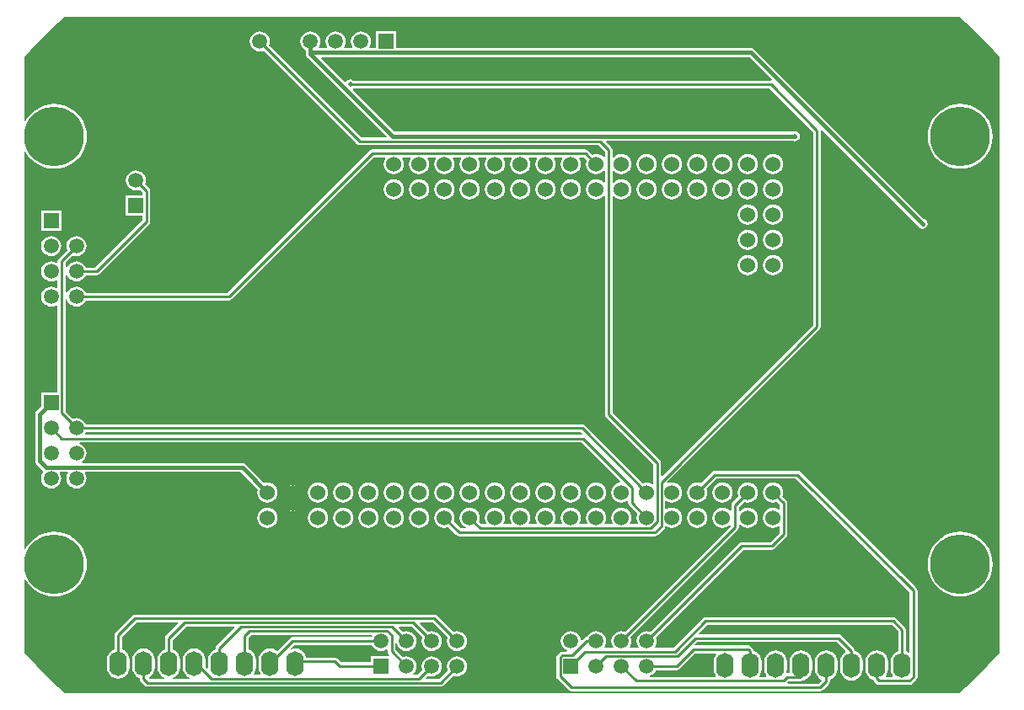
<source format=gbl>
G04 Layer_Physical_Order=2*
G04 Layer_Color=16711680*
%FSLAX25Y25*%
%MOIN*%
G70*
G01*
G75*
%ADD21C,0.01500*%
%ADD22C,0.01000*%
%ADD24R,0.05905X0.05905*%
%ADD25C,0.05905*%
%ADD26R,0.05905X0.05905*%
%ADD27C,0.06000*%
%ADD28O,0.06890X0.09842*%
%ADD29C,0.23622*%
%ADD30C,0.01968*%
G36*
X378858Y266931D02*
X384876Y260913D01*
X389667Y255802D01*
Y19993D01*
X384876Y14882D01*
X378858Y8864D01*
X373747Y4073D01*
X19828D01*
X14717Y8864D01*
X8699Y14882D01*
X3908Y19993D01*
Y48964D01*
X4408Y49105D01*
X5352Y47565D01*
X6661Y46031D01*
X8195Y44722D01*
X9914Y43668D01*
X11777Y42897D01*
X13738Y42426D01*
X15748Y42268D01*
X17758Y42426D01*
X19719Y42897D01*
X21582Y43668D01*
X23301Y44722D01*
X24835Y46031D01*
X26144Y47565D01*
X27198Y49284D01*
X27970Y51147D01*
X28440Y53108D01*
X28599Y55118D01*
X28440Y57129D01*
X27970Y59089D01*
X27198Y60952D01*
X26144Y62672D01*
X24835Y64205D01*
X23301Y65515D01*
X21582Y66568D01*
X19719Y67340D01*
X17758Y67811D01*
X15748Y67969D01*
X13738Y67811D01*
X11777Y67340D01*
X9914Y66568D01*
X8195Y65515D01*
X6661Y64205D01*
X5352Y62672D01*
X4408Y61132D01*
X3908Y61273D01*
Y195422D01*
Y218255D01*
X4408Y218396D01*
X5352Y216856D01*
X6661Y215323D01*
X8195Y214013D01*
X9914Y212959D01*
X11777Y212188D01*
X13738Y211717D01*
X15748Y211559D01*
X17758Y211717D01*
X19719Y212188D01*
X21582Y212959D01*
X23301Y214013D01*
X24835Y215323D01*
X26144Y216856D01*
X27198Y218575D01*
X27970Y220438D01*
X28440Y222399D01*
X28599Y224409D01*
X28440Y226420D01*
X27970Y228380D01*
X27198Y230243D01*
X26144Y231963D01*
X24835Y233496D01*
X23301Y234806D01*
X21582Y235859D01*
X19719Y236631D01*
X17758Y237102D01*
X15748Y237260D01*
X13738Y237102D01*
X11777Y236631D01*
X9914Y235859D01*
X8195Y234806D01*
X6661Y233496D01*
X5352Y231963D01*
X4408Y230423D01*
X3908Y230564D01*
Y255802D01*
X8699Y260913D01*
X14717Y266931D01*
X19828Y271722D01*
X373747D01*
X378858Y266931D01*
D02*
G37*
%LPC*%
G36*
X27214Y190500D02*
X25000D01*
Y188286D01*
X25219Y188315D01*
X25890Y188593D01*
X26465Y189034D01*
X26907Y189610D01*
X27185Y190281D01*
X27214Y190500D01*
D02*
G37*
G36*
X150000Y87534D02*
X148956Y87397D01*
X147983Y86994D01*
X147147Y86353D01*
X146506Y85517D01*
X146103Y84544D01*
X145966Y83500D01*
X146103Y82456D01*
X146506Y81483D01*
X147147Y80647D01*
X147983Y80006D01*
X148956Y79603D01*
X150000Y79466D01*
X151044Y79603D01*
X152017Y80006D01*
X152853Y80647D01*
X153494Y81483D01*
X153897Y82456D01*
X154034Y83500D01*
X153897Y84544D01*
X153494Y85517D01*
X152853Y86353D01*
X152017Y86994D01*
X151044Y87397D01*
X150000Y87534D01*
D02*
G37*
G36*
X160000D02*
X158956Y87397D01*
X157983Y86994D01*
X157147Y86353D01*
X156506Y85517D01*
X156103Y84544D01*
X155965Y83500D01*
X156103Y82456D01*
X156506Y81483D01*
X157147Y80647D01*
X157983Y80006D01*
X158956Y79603D01*
X160000Y79466D01*
X161044Y79603D01*
X162017Y80006D01*
X162853Y80647D01*
X163494Y81483D01*
X163897Y82456D01*
X164034Y83500D01*
X163897Y84544D01*
X163494Y85517D01*
X162853Y86353D01*
X162017Y86994D01*
X161044Y87397D01*
X160000Y87534D01*
D02*
G37*
G36*
X18453Y194953D02*
X10547D01*
Y187047D01*
X18453D01*
Y194953D01*
D02*
G37*
G36*
X24000Y190500D02*
X21786D01*
X21815Y190281D01*
X22093Y189610D01*
X22535Y189034D01*
X23110Y188593D01*
X23781Y188315D01*
X24000Y188286D01*
Y190500D01*
D02*
G37*
G36*
X140000Y87534D02*
X138956Y87397D01*
X137983Y86994D01*
X137147Y86353D01*
X136506Y85517D01*
X136103Y84544D01*
X135966Y83500D01*
X136103Y82456D01*
X136506Y81483D01*
X137147Y80647D01*
X137983Y80006D01*
X138956Y79603D01*
X140000Y79466D01*
X141044Y79603D01*
X142017Y80006D01*
X142853Y80647D01*
X143494Y81483D01*
X143897Y82456D01*
X144035Y83500D01*
X143897Y84544D01*
X143494Y85517D01*
X142853Y86353D01*
X142017Y86994D01*
X141044Y87397D01*
X140000Y87534D01*
D02*
G37*
G36*
X120000D02*
X118956Y87397D01*
X117983Y86994D01*
X117147Y86353D01*
X116506Y85517D01*
X116103Y84544D01*
X115965Y83500D01*
X116103Y82456D01*
X116506Y81483D01*
X117147Y80647D01*
X117983Y80006D01*
X118956Y79603D01*
X120000Y79466D01*
X121044Y79603D01*
X122017Y80006D01*
X122853Y80647D01*
X123494Y81483D01*
X123897Y82456D01*
X124035Y83500D01*
X123897Y84544D01*
X123494Y85517D01*
X122853Y86353D01*
X122017Y86994D01*
X121044Y87397D01*
X120000Y87534D01*
D02*
G37*
G36*
X110500Y76262D02*
Y74000D01*
X112761D01*
X112731Y74232D01*
X112449Y74914D01*
X111999Y75499D01*
X111414Y75949D01*
X110732Y76231D01*
X110500Y76262D01*
D02*
G37*
G36*
X109500D02*
X109268Y76231D01*
X108586Y75949D01*
X108001Y75499D01*
X107551Y74914D01*
X107269Y74232D01*
X107238Y74000D01*
X109500D01*
Y76262D01*
D02*
G37*
G36*
X24000Y193714D02*
X23781Y193685D01*
X23110Y193407D01*
X22535Y192965D01*
X22093Y192390D01*
X21815Y191719D01*
X21786Y191500D01*
X24000D01*
Y193714D01*
D02*
G37*
G36*
X25000D02*
Y191500D01*
X27214D01*
X27185Y191719D01*
X26907Y192390D01*
X26465Y192965D01*
X25890Y193407D01*
X25219Y193685D01*
X25000Y193714D01*
D02*
G37*
G36*
X130000Y87534D02*
X128956Y87397D01*
X127983Y86994D01*
X127147Y86353D01*
X126506Y85517D01*
X126103Y84544D01*
X125965Y83500D01*
X126103Y82456D01*
X126506Y81483D01*
X127147Y80647D01*
X127983Y80006D01*
X128956Y79603D01*
X130000Y79466D01*
X131044Y79603D01*
X132017Y80006D01*
X132853Y80647D01*
X133494Y81483D01*
X133897Y82456D01*
X134035Y83500D01*
X133897Y84544D01*
X133494Y85517D01*
X132853Y86353D01*
X132017Y86994D01*
X131044Y87397D01*
X130000Y87534D01*
D02*
G37*
G36*
X170000D02*
X168956Y87397D01*
X167983Y86994D01*
X167147Y86353D01*
X166506Y85517D01*
X166103Y84544D01*
X165965Y83500D01*
X166103Y82456D01*
X166506Y81483D01*
X167147Y80647D01*
X167983Y80006D01*
X168956Y79603D01*
X170000Y79466D01*
X171044Y79603D01*
X172017Y80006D01*
X172853Y80647D01*
X173494Y81483D01*
X173897Y82456D01*
X174035Y83500D01*
X173897Y84544D01*
X173494Y85517D01*
X172853Y86353D01*
X172017Y86994D01*
X171044Y87397D01*
X170000Y87534D01*
D02*
G37*
G36*
X109500Y86261D02*
X109268Y86231D01*
X108586Y85949D01*
X108001Y85499D01*
X107551Y84914D01*
X107269Y84232D01*
X107238Y84000D01*
X109500D01*
Y86261D01*
D02*
G37*
G36*
X110500D02*
Y84000D01*
X112761D01*
X112731Y84232D01*
X112449Y84914D01*
X111999Y85499D01*
X111414Y85949D01*
X110732Y86231D01*
X110500Y86261D01*
D02*
G37*
G36*
X230000Y87534D02*
X228956Y87397D01*
X227983Y86994D01*
X227147Y86353D01*
X226506Y85517D01*
X226103Y84544D01*
X225965Y83500D01*
X226103Y82456D01*
X226506Y81483D01*
X227147Y80647D01*
X227983Y80006D01*
X228956Y79603D01*
X230000Y79466D01*
X231044Y79603D01*
X232017Y80006D01*
X232853Y80647D01*
X233494Y81483D01*
X233897Y82456D01*
X234034Y83500D01*
X233897Y84544D01*
X233494Y85517D01*
X232853Y86353D01*
X232017Y86994D01*
X231044Y87397D01*
X230000Y87534D01*
D02*
G37*
G36*
X280000D02*
X278956Y87397D01*
X277983Y86994D01*
X277147Y86353D01*
X276506Y85517D01*
X276103Y84544D01*
X275965Y83500D01*
X276103Y82456D01*
X276506Y81483D01*
X277147Y80647D01*
X277983Y80006D01*
X278956Y79603D01*
X280000Y79466D01*
X281044Y79603D01*
X282017Y80006D01*
X282853Y80647D01*
X283494Y81483D01*
X283897Y82456D01*
X284034Y83500D01*
X283897Y84544D01*
X283494Y85517D01*
X282853Y86353D01*
X282017Y86994D01*
X281044Y87397D01*
X280000Y87534D01*
D02*
G37*
G36*
X109500Y83000D02*
X107238D01*
X107269Y82768D01*
X107551Y82086D01*
X108001Y81501D01*
X108586Y81051D01*
X109268Y80769D01*
X109500Y80739D01*
Y83000D01*
D02*
G37*
G36*
X112761D02*
X110500D01*
Y80739D01*
X110732Y80769D01*
X111414Y81051D01*
X111999Y81501D01*
X112449Y82086D01*
X112731Y82768D01*
X112761Y83000D01*
D02*
G37*
G36*
X190000Y87534D02*
X188956Y87397D01*
X187983Y86994D01*
X187147Y86353D01*
X186506Y85517D01*
X186103Y84544D01*
X185966Y83500D01*
X186103Y82456D01*
X186506Y81483D01*
X187147Y80647D01*
X187983Y80006D01*
X188956Y79603D01*
X190000Y79466D01*
X191044Y79603D01*
X192017Y80006D01*
X192853Y80647D01*
X193494Y81483D01*
X193897Y82456D01*
X194035Y83500D01*
X193897Y84544D01*
X193494Y85517D01*
X192853Y86353D01*
X192017Y86994D01*
X191044Y87397D01*
X190000Y87534D01*
D02*
G37*
G36*
X180000D02*
X178956Y87397D01*
X177983Y86994D01*
X177147Y86353D01*
X176506Y85517D01*
X176103Y84544D01*
X175965Y83500D01*
X176103Y82456D01*
X176506Y81483D01*
X177147Y80647D01*
X177983Y80006D01*
X178956Y79603D01*
X180000Y79466D01*
X181044Y79603D01*
X182017Y80006D01*
X182853Y80647D01*
X183494Y81483D01*
X183897Y82456D01*
X184035Y83500D01*
X183897Y84544D01*
X183494Y85517D01*
X182853Y86353D01*
X182017Y86994D01*
X181044Y87397D01*
X180000Y87534D01*
D02*
G37*
G36*
X14500Y184987D02*
X13468Y184851D01*
X12507Y184453D01*
X11681Y183819D01*
X11047Y182993D01*
X10649Y182032D01*
X10513Y181000D01*
X10649Y179968D01*
X11047Y179007D01*
X11681Y178181D01*
X12507Y177547D01*
X13468Y177149D01*
X14500Y177013D01*
X15532Y177149D01*
X16493Y177547D01*
X17319Y178181D01*
X17953Y179007D01*
X18351Y179968D01*
X18487Y181000D01*
X18351Y182032D01*
X17953Y182993D01*
X17319Y183819D01*
X16493Y184453D01*
X15532Y184851D01*
X14500Y184987D01*
D02*
G37*
G36*
X220000Y87534D02*
X218956Y87397D01*
X217983Y86994D01*
X217147Y86353D01*
X216506Y85517D01*
X216103Y84544D01*
X215966Y83500D01*
X216103Y82456D01*
X216506Y81483D01*
X217147Y80647D01*
X217983Y80006D01*
X218956Y79603D01*
X220000Y79466D01*
X221044Y79603D01*
X222017Y80006D01*
X222853Y80647D01*
X223494Y81483D01*
X223897Y82456D01*
X224035Y83500D01*
X223897Y84544D01*
X223494Y85517D01*
X222853Y86353D01*
X222017Y86994D01*
X221044Y87397D01*
X220000Y87534D01*
D02*
G37*
G36*
X210000D02*
X208956Y87397D01*
X207983Y86994D01*
X207147Y86353D01*
X206506Y85517D01*
X206103Y84544D01*
X205965Y83500D01*
X206103Y82456D01*
X206506Y81483D01*
X207147Y80647D01*
X207983Y80006D01*
X208956Y79603D01*
X210000Y79466D01*
X211044Y79603D01*
X212017Y80006D01*
X212853Y80647D01*
X213494Y81483D01*
X213897Y82456D01*
X214035Y83500D01*
X213897Y84544D01*
X213494Y85517D01*
X212853Y86353D01*
X212017Y86994D01*
X211044Y87397D01*
X210000Y87534D01*
D02*
G37*
G36*
X200000D02*
X198956Y87397D01*
X197983Y86994D01*
X197147Y86353D01*
X196506Y85517D01*
X196103Y84544D01*
X195966Y83500D01*
X196103Y82456D01*
X196506Y81483D01*
X197147Y80647D01*
X197983Y80006D01*
X198956Y79603D01*
X200000Y79466D01*
X201044Y79603D01*
X202017Y80006D01*
X202853Y80647D01*
X203494Y81483D01*
X203897Y82456D01*
X204034Y83500D01*
X203897Y84544D01*
X203494Y85517D01*
X202853Y86353D01*
X202017Y86994D01*
X201044Y87397D01*
X200000Y87534D01*
D02*
G37*
G36*
X166085Y35129D02*
X47600D01*
X47015Y35013D01*
X46519Y34681D01*
X39919Y28081D01*
X39587Y27585D01*
X39471Y27000D01*
Y21402D01*
X38758Y21107D01*
X37830Y20394D01*
X37117Y19466D01*
X36669Y18385D01*
X36517Y17224D01*
Y14272D01*
X36669Y13111D01*
X37117Y12030D01*
X37830Y11101D01*
X38758Y10389D01*
X39840Y9941D01*
X41000Y9788D01*
X42160Y9941D01*
X43242Y10389D01*
X44170Y11101D01*
X44883Y12030D01*
X45331Y13111D01*
X45483Y14272D01*
Y17224D01*
X45331Y18385D01*
X44883Y19466D01*
X44170Y20394D01*
X43242Y21107D01*
X42529Y21402D01*
Y26366D01*
X48234Y32071D01*
X64454D01*
X64646Y31609D01*
X59919Y26881D01*
X59587Y26385D01*
X59471Y25800D01*
Y21402D01*
X58758Y21107D01*
X57830Y20394D01*
X57117Y19466D01*
X56669Y18385D01*
X56517Y17224D01*
Y14272D01*
X56669Y13111D01*
X57117Y12030D01*
X57830Y11101D01*
X58758Y10389D01*
X59314Y10159D01*
X59214Y9659D01*
X53448D01*
X53263Y9874D01*
X53257Y10018D01*
X53354Y10475D01*
X54170Y11101D01*
X54883Y12030D01*
X55330Y13111D01*
X55483Y14272D01*
Y17224D01*
X55330Y18385D01*
X54883Y19466D01*
X54170Y20394D01*
X53242Y21107D01*
X52160Y21555D01*
X51000Y21708D01*
X49840Y21555D01*
X48758Y21107D01*
X47830Y20394D01*
X47117Y19466D01*
X46670Y18385D01*
X46517Y17224D01*
Y14272D01*
X46670Y13111D01*
X47117Y12030D01*
X47830Y11101D01*
X48758Y10389D01*
X49471Y10094D01*
Y9700D01*
X49587Y9115D01*
X49919Y8619D01*
X51489Y7048D01*
X51985Y6717D01*
X52570Y6600D01*
X168445D01*
X169030Y6717D01*
X169526Y7048D01*
X173504Y11026D01*
X173968Y10834D01*
X175000Y10698D01*
X176032Y10834D01*
X176993Y11232D01*
X177819Y11866D01*
X178453Y12692D01*
X178851Y13653D01*
X178987Y14685D01*
X178851Y15717D01*
X178453Y16678D01*
X177819Y17504D01*
X176993Y18138D01*
X176032Y18536D01*
X175000Y18672D01*
X173968Y18536D01*
X173007Y18138D01*
X172181Y17504D01*
X171547Y16678D01*
X171149Y15717D01*
X171013Y14685D01*
X171149Y13653D01*
X171341Y13189D01*
X167811Y9659D01*
X162790D01*
X162599Y10121D01*
X163504Y11026D01*
X163968Y10834D01*
X165000Y10698D01*
X166032Y10834D01*
X166993Y11232D01*
X167819Y11866D01*
X168453Y12692D01*
X168851Y13653D01*
X168987Y14685D01*
X168851Y15717D01*
X168453Y16678D01*
X167819Y17504D01*
X166993Y18138D01*
X166032Y18536D01*
X165000Y18672D01*
X163968Y18536D01*
X163007Y18138D01*
X162181Y17504D01*
X161547Y16678D01*
X161149Y15717D01*
X161013Y14685D01*
X161149Y13653D01*
X161341Y13189D01*
X159410Y11258D01*
X157804D01*
X157643Y11731D01*
X157819Y11866D01*
X158453Y12692D01*
X158851Y13653D01*
X158987Y14685D01*
X158851Y15717D01*
X158453Y16678D01*
X157819Y17504D01*
X156993Y18138D01*
X156032Y18536D01*
X155000Y18672D01*
X153968Y18536D01*
X153504Y18344D01*
X150629Y21218D01*
Y23769D01*
X151129Y23802D01*
X151149Y23653D01*
X151547Y22692D01*
X152181Y21866D01*
X153007Y21232D01*
X153968Y20834D01*
X155000Y20698D01*
X156032Y20834D01*
X156993Y21232D01*
X157819Y21866D01*
X158453Y22692D01*
X158851Y23653D01*
X158987Y24685D01*
X158851Y25717D01*
X158453Y26678D01*
X157819Y27504D01*
X156993Y28138D01*
X156032Y28536D01*
X155000Y28672D01*
X153968Y28536D01*
X153504Y28344D01*
X151906Y29942D01*
X152097Y30404D01*
X157118D01*
X161341Y26181D01*
X161149Y25717D01*
X161013Y24685D01*
X161149Y23653D01*
X161547Y22692D01*
X162181Y21866D01*
X163007Y21232D01*
X163968Y20834D01*
X165000Y20698D01*
X166032Y20834D01*
X166993Y21232D01*
X167819Y21866D01*
X168453Y22692D01*
X168851Y23653D01*
X168987Y24685D01*
X168851Y25717D01*
X168453Y26678D01*
X167819Y27504D01*
X166993Y28138D01*
X166032Y28536D01*
X165000Y28672D01*
X163968Y28536D01*
X163504Y28344D01*
X160239Y31609D01*
X160431Y32071D01*
X165452D01*
X171341Y26181D01*
X171149Y25717D01*
X171013Y24685D01*
X171149Y23653D01*
X171547Y22692D01*
X172181Y21866D01*
X173007Y21232D01*
X173968Y20834D01*
X175000Y20698D01*
X176032Y20834D01*
X176993Y21232D01*
X177819Y21866D01*
X178453Y22692D01*
X178851Y23653D01*
X178987Y24685D01*
X178851Y25717D01*
X178453Y26678D01*
X177819Y27504D01*
X176993Y28138D01*
X176032Y28536D01*
X175000Y28672D01*
X173968Y28536D01*
X173504Y28344D01*
X167166Y34681D01*
X166670Y35013D01*
X166085Y35129D01*
D02*
G37*
G36*
X106500Y264714D02*
X106281Y264685D01*
X105610Y264407D01*
X105034Y263966D01*
X104593Y263390D01*
X104315Y262719D01*
X104286Y262500D01*
X106500D01*
Y264714D01*
D02*
G37*
G36*
X374016Y67969D02*
X372006Y67811D01*
X370045Y67340D01*
X368182Y66568D01*
X366462Y65515D01*
X364929Y64205D01*
X363619Y62672D01*
X362566Y60952D01*
X361794Y59089D01*
X361323Y57129D01*
X361165Y55118D01*
X361323Y53108D01*
X361794Y51147D01*
X362566Y49284D01*
X363619Y47565D01*
X364929Y46031D01*
X366462Y44722D01*
X368182Y43668D01*
X370045Y42897D01*
X372006Y42426D01*
X374016Y42268D01*
X376026Y42426D01*
X377987Y42897D01*
X379850Y43668D01*
X381569Y44722D01*
X383103Y46031D01*
X384412Y47565D01*
X385466Y49284D01*
X386238Y51147D01*
X386708Y53108D01*
X386866Y55118D01*
X386708Y57129D01*
X386238Y59089D01*
X385466Y60952D01*
X384412Y62672D01*
X383103Y64205D01*
X381569Y65515D01*
X379850Y66568D01*
X377987Y67340D01*
X376026Y67811D01*
X374016Y67969D01*
D02*
G37*
G36*
X107500Y264714D02*
Y262500D01*
X109714D01*
X109685Y262719D01*
X109407Y263390D01*
X108966Y263966D01*
X108390Y264407D01*
X107719Y264685D01*
X107500Y264714D01*
D02*
G37*
G36*
X309700Y92029D02*
X277000D01*
X276415Y91913D01*
X275919Y91581D01*
X271532Y87195D01*
X271044Y87397D01*
X270000Y87534D01*
X268956Y87397D01*
X267983Y86994D01*
X267147Y86353D01*
X266506Y85517D01*
X266103Y84544D01*
X265966Y83500D01*
X266103Y82456D01*
X266506Y81483D01*
X267147Y80647D01*
X267983Y80006D01*
X268956Y79603D01*
X270000Y79466D01*
X271044Y79603D01*
X272017Y80006D01*
X272853Y80647D01*
X273494Y81483D01*
X273897Y82456D01*
X274035Y83500D01*
X273897Y84544D01*
X273695Y85032D01*
X277634Y88971D01*
X309067D01*
X354071Y43966D01*
Y20288D01*
X353622Y20067D01*
X353242Y20359D01*
X352529Y20654D01*
Y29200D01*
X352413Y29785D01*
X352081Y30281D01*
X348681Y33681D01*
X348185Y34013D01*
X347600Y34129D01*
X273400D01*
X272815Y34013D01*
X272319Y33681D01*
X260566Y21929D01*
X253433D01*
X253212Y22378D01*
X253453Y22692D01*
X253851Y23653D01*
X253987Y24685D01*
X253851Y25717D01*
X253659Y26181D01*
X288248Y60771D01*
X299600D01*
X300185Y60887D01*
X300681Y61219D01*
X305281Y65819D01*
X305613Y66315D01*
X305729Y66900D01*
Y79300D01*
X305613Y79885D01*
X305281Y80381D01*
X303695Y81968D01*
X303897Y82456D01*
X304034Y83500D01*
X303897Y84544D01*
X303494Y85517D01*
X302853Y86353D01*
X302017Y86994D01*
X301044Y87397D01*
X300000Y87534D01*
X298956Y87397D01*
X297983Y86994D01*
X297147Y86353D01*
X296506Y85517D01*
X296103Y84544D01*
X295966Y83500D01*
X296103Y82456D01*
X296506Y81483D01*
X297147Y80647D01*
X297983Y80006D01*
X298956Y79603D01*
X300000Y79466D01*
X301044Y79603D01*
X301532Y79805D01*
X302671Y78667D01*
Y77058D01*
X302222Y76837D01*
X302017Y76994D01*
X301044Y77397D01*
X300000Y77535D01*
X298956Y77397D01*
X297983Y76994D01*
X297147Y76353D01*
X296506Y75517D01*
X296103Y74544D01*
X295966Y73500D01*
X296103Y72456D01*
X296506Y71483D01*
X297147Y70647D01*
X297983Y70006D01*
X298956Y69603D01*
X300000Y69466D01*
X301044Y69603D01*
X302017Y70006D01*
X302222Y70163D01*
X302671Y69942D01*
Y67533D01*
X298967Y63829D01*
X287615D01*
X287030Y63713D01*
X286534Y63381D01*
X251496Y28344D01*
X251032Y28536D01*
X250000Y28672D01*
X248968Y28536D01*
X248007Y28138D01*
X247181Y27504D01*
X246547Y26678D01*
X246149Y25717D01*
X246013Y24685D01*
X246149Y23653D01*
X246547Y22692D01*
X246788Y22378D01*
X246567Y21929D01*
X243433D01*
X243212Y22378D01*
X243453Y22692D01*
X243851Y23653D01*
X243987Y24685D01*
X243851Y25717D01*
X243659Y26181D01*
X286081Y68604D01*
X286413Y69100D01*
X286529Y69685D01*
Y70675D01*
X287003Y70835D01*
X287147Y70647D01*
X287983Y70006D01*
X288956Y69603D01*
X290000Y69466D01*
X291044Y69603D01*
X292017Y70006D01*
X292853Y70647D01*
X293494Y71483D01*
X293897Y72456D01*
X294035Y73500D01*
X293897Y74544D01*
X293494Y75517D01*
X292853Y76353D01*
X292017Y76994D01*
X291044Y77397D01*
X290000Y77535D01*
X288956Y77397D01*
X287983Y76994D01*
X287147Y76353D01*
X287003Y76165D01*
X286529Y76326D01*
Y77867D01*
X288468Y79805D01*
X288956Y79603D01*
X290000Y79466D01*
X291044Y79603D01*
X292017Y80006D01*
X292853Y80647D01*
X293494Y81483D01*
X293897Y82456D01*
X294035Y83500D01*
X293897Y84544D01*
X293494Y85517D01*
X292853Y86353D01*
X292017Y86994D01*
X291044Y87397D01*
X290000Y87534D01*
X288956Y87397D01*
X287983Y86994D01*
X287147Y86353D01*
X286506Y85517D01*
X286103Y84544D01*
X285965Y83500D01*
X286103Y82456D01*
X286305Y81968D01*
X283919Y79581D01*
X283587Y79085D01*
X283471Y78500D01*
Y76326D01*
X282997Y76165D01*
X282853Y76353D01*
X282017Y76994D01*
X281044Y77397D01*
X280000Y77535D01*
X278956Y77397D01*
X277983Y76994D01*
X277147Y76353D01*
X276506Y75517D01*
X276103Y74544D01*
X275965Y73500D01*
X276103Y72456D01*
X276506Y71483D01*
X277147Y70647D01*
X277983Y70006D01*
X278956Y69603D01*
X280000Y69466D01*
X281044Y69603D01*
X282017Y70006D01*
X282794Y70602D01*
X283047Y70561D01*
X283323Y70438D01*
X283356Y70204D01*
X241496Y28344D01*
X241032Y28536D01*
X240000Y28672D01*
X238968Y28536D01*
X238007Y28138D01*
X237181Y27504D01*
X236547Y26678D01*
X236149Y25717D01*
X236013Y24685D01*
X236149Y23653D01*
X236547Y22692D01*
X236788Y22378D01*
X236567Y21929D01*
X233433D01*
X233212Y22378D01*
X233453Y22692D01*
X233851Y23653D01*
X233987Y24685D01*
X233851Y25717D01*
X233453Y26678D01*
X232819Y27504D01*
X231993Y28138D01*
X231032Y28536D01*
X230000Y28672D01*
X228968Y28536D01*
X228007Y28138D01*
X227181Y27504D01*
X226547Y26678D01*
X226355Y26214D01*
X226285D01*
X225700Y26098D01*
X225204Y25766D01*
X224448Y25011D01*
X223920Y25190D01*
X223851Y25717D01*
X223453Y26678D01*
X222819Y27504D01*
X221993Y28138D01*
X221032Y28536D01*
X220000Y28672D01*
X218968Y28536D01*
X218007Y28138D01*
X217181Y27504D01*
X216547Y26678D01*
X216149Y25717D01*
X216013Y24685D01*
X216149Y23653D01*
X216547Y22692D01*
X217181Y21866D01*
X218007Y21232D01*
X218496Y21029D01*
X218397Y20529D01*
X216700D01*
X216115Y20413D01*
X215619Y20081D01*
X214719Y19181D01*
X214387Y18685D01*
X214271Y18100D01*
Y10700D01*
X214387Y10115D01*
X214719Y9619D01*
X219119Y5219D01*
X219615Y4887D01*
X220200Y4771D01*
X318700D01*
X319285Y4887D01*
X319781Y5219D01*
X322081Y7519D01*
X322413Y8015D01*
X322529Y8600D01*
Y9346D01*
X323242Y9641D01*
X324170Y10353D01*
X324883Y11282D01*
X325330Y12363D01*
X325483Y13524D01*
Y16476D01*
X325330Y17637D01*
X324883Y18718D01*
X324170Y19647D01*
X323242Y20359D01*
X322160Y20807D01*
X321000Y20960D01*
X319840Y20807D01*
X318758Y20359D01*
X317830Y19647D01*
X317117Y18718D01*
X316670Y17637D01*
X316517Y16476D01*
Y13524D01*
X316670Y12363D01*
X317117Y11282D01*
X317830Y10353D01*
X318758Y9641D01*
X319050Y9520D01*
X319167Y8930D01*
X318067Y7829D01*
X305846D01*
X305654Y8291D01*
X306234Y8871D01*
X311000D01*
X311585Y8987D01*
X311828Y9149D01*
X312160Y9193D01*
X313242Y9641D01*
X314170Y10353D01*
X314883Y11282D01*
X315331Y12363D01*
X315483Y13524D01*
Y16476D01*
X315331Y17637D01*
X314883Y18718D01*
X314170Y19647D01*
X313242Y20359D01*
X312160Y20807D01*
X311000Y20960D01*
X309840Y20807D01*
X308758Y20359D01*
X307830Y19647D01*
X307117Y18718D01*
X306669Y17637D01*
X306517Y16476D01*
Y13524D01*
X306661Y12429D01*
X306597Y12225D01*
X306399Y11929D01*
X305692D01*
X305308Y12308D01*
X305330Y12363D01*
X305483Y13524D01*
Y16476D01*
X305330Y17637D01*
X304883Y18718D01*
X304170Y19647D01*
X303242Y20359D01*
X302160Y20807D01*
X301000Y20960D01*
X299840Y20807D01*
X298758Y20359D01*
X297830Y19647D01*
X297117Y18718D01*
X296670Y17637D01*
X296517Y16476D01*
Y13524D01*
X296670Y12363D01*
X297117Y11282D01*
X297428Y10878D01*
X297206Y10429D01*
X294794D01*
X294572Y10878D01*
X294883Y11282D01*
X295331Y12363D01*
X295483Y13524D01*
Y16476D01*
X295331Y17637D01*
X294883Y18718D01*
X294170Y19647D01*
X293242Y20359D01*
X292518Y20659D01*
X292413Y21185D01*
X292081Y21681D01*
X291281Y22481D01*
X290785Y22813D01*
X290200Y22929D01*
X269299D01*
X269092Y23429D01*
X269934Y24271D01*
X325167D01*
X328633Y20804D01*
X328539Y20191D01*
X327830Y19647D01*
X327117Y18718D01*
X326670Y17637D01*
X326517Y16476D01*
Y13524D01*
X326670Y12363D01*
X327117Y11282D01*
X327830Y10353D01*
X328758Y9641D01*
X329840Y9193D01*
X331000Y9040D01*
X332160Y9193D01*
X333242Y9641D01*
X334170Y10353D01*
X334883Y11282D01*
X335331Y12363D01*
X335483Y13524D01*
Y16476D01*
X335331Y17637D01*
X334883Y18718D01*
X334170Y19647D01*
X333242Y20359D01*
X332518Y20659D01*
X332413Y21185D01*
X332081Y21681D01*
X326881Y26881D01*
X326385Y27213D01*
X325800Y27329D01*
X270946D01*
X270754Y27791D01*
X274033Y31071D01*
X346967D01*
X349471Y28567D01*
Y20654D01*
X348758Y20359D01*
X347830Y19647D01*
X347117Y18718D01*
X346670Y17637D01*
X346517Y16476D01*
Y13524D01*
X346670Y12363D01*
X347117Y11282D01*
X347428Y10878D01*
X347206Y10429D01*
X344794D01*
X344572Y10878D01*
X344883Y11282D01*
X345331Y12363D01*
X345483Y13524D01*
Y16476D01*
X345331Y17637D01*
X344883Y18718D01*
X344170Y19647D01*
X343242Y20359D01*
X342160Y20807D01*
X341000Y20960D01*
X339840Y20807D01*
X338758Y20359D01*
X337830Y19647D01*
X337117Y18718D01*
X336669Y17637D01*
X336517Y16476D01*
Y13524D01*
X336669Y12363D01*
X337117Y11282D01*
X337830Y10353D01*
X338758Y9641D01*
X339603Y9291D01*
X339919Y8819D01*
X340919Y7819D01*
X341415Y7487D01*
X342000Y7371D01*
X354000D01*
X354585Y7487D01*
X355081Y7819D01*
X356681Y9419D01*
X357013Y9915D01*
X357129Y10500D01*
Y44600D01*
X357013Y45185D01*
X356681Y45681D01*
X310781Y91581D01*
X310285Y91913D01*
X309700Y92029D01*
D02*
G37*
G36*
X106500Y261500D02*
X104286D01*
X104315Y261281D01*
X104593Y260610D01*
X105034Y260034D01*
X105610Y259593D01*
X106281Y259315D01*
X106500Y259286D01*
Y261500D01*
D02*
G37*
G36*
X374016Y237260D02*
X372006Y237102D01*
X370045Y236631D01*
X368182Y235859D01*
X366462Y234806D01*
X364929Y233496D01*
X363619Y231963D01*
X362566Y230243D01*
X361794Y228380D01*
X361323Y226420D01*
X361165Y224409D01*
X361323Y222399D01*
X361794Y220438D01*
X362566Y218575D01*
X363619Y216856D01*
X364929Y215323D01*
X366462Y214013D01*
X368182Y212959D01*
X370045Y212188D01*
X372006Y211717D01*
X374016Y211559D01*
X376026Y211717D01*
X377987Y212188D01*
X379850Y212959D01*
X381569Y214013D01*
X383103Y215323D01*
X384412Y216856D01*
X385466Y218575D01*
X386238Y220438D01*
X386708Y222399D01*
X386866Y224409D01*
X386708Y226420D01*
X386238Y228380D01*
X385466Y230243D01*
X384412Y231963D01*
X383103Y233496D01*
X381569Y234806D01*
X379850Y235859D01*
X377987Y236631D01*
X376026Y237102D01*
X374016Y237260D01*
D02*
G37*
G36*
X137000Y265987D02*
X135968Y265851D01*
X135007Y265453D01*
X134181Y264819D01*
X133547Y263993D01*
X133149Y263032D01*
X133013Y262000D01*
X133149Y260968D01*
X133547Y260007D01*
X133681Y259833D01*
X133459Y259384D01*
X130541D01*
X130319Y259833D01*
X130453Y260007D01*
X130851Y260968D01*
X130987Y262000D01*
X130851Y263032D01*
X130453Y263993D01*
X129819Y264819D01*
X128993Y265453D01*
X128032Y265851D01*
X127000Y265987D01*
X125968Y265851D01*
X125007Y265453D01*
X124181Y264819D01*
X123547Y263993D01*
X123149Y263032D01*
X123013Y262000D01*
X123149Y260968D01*
X123547Y260007D01*
X123681Y259833D01*
X123459Y259384D01*
X120540D01*
X120319Y259833D01*
X120453Y260007D01*
X120851Y260968D01*
X120987Y262000D01*
X120851Y263032D01*
X120453Y263993D01*
X119819Y264819D01*
X118993Y265453D01*
X118032Y265851D01*
X117000Y265987D01*
X115968Y265851D01*
X115007Y265453D01*
X114181Y264819D01*
X113547Y263993D01*
X113149Y263032D01*
X113013Y262000D01*
X113149Y260968D01*
X113547Y260007D01*
X114181Y259181D01*
X115007Y258547D01*
X115216Y258461D01*
Y257135D01*
X115351Y256452D01*
X115738Y255873D01*
X147120Y224491D01*
X146929Y224029D01*
X137134D01*
X100659Y260504D01*
X100851Y260968D01*
X100987Y262000D01*
X100851Y263032D01*
X100453Y263993D01*
X99819Y264819D01*
X98993Y265453D01*
X98032Y265851D01*
X97000Y265987D01*
X95968Y265851D01*
X95007Y265453D01*
X94181Y264819D01*
X93547Y263993D01*
X93149Y263032D01*
X93013Y262000D01*
X93149Y260968D01*
X93547Y260007D01*
X94181Y259181D01*
X95007Y258547D01*
X95968Y258149D01*
X97000Y258013D01*
X98032Y258149D01*
X98496Y258341D01*
X135419Y221419D01*
X135915Y221087D01*
X136500Y220971D01*
X230867D01*
X233471Y218367D01*
Y216325D01*
X232997Y216165D01*
X232853Y216353D01*
X232017Y216994D01*
X231044Y217397D01*
X230000Y217534D01*
X228956Y217397D01*
X228468Y217195D01*
X226881Y218781D01*
X226385Y219113D01*
X225800Y219229D01*
X141500D01*
X140915Y219113D01*
X140419Y218781D01*
X84167Y162529D01*
X28145D01*
X27953Y162993D01*
X27319Y163819D01*
X26493Y164453D01*
X25532Y164851D01*
X24500Y164987D01*
X23468Y164851D01*
X22507Y164453D01*
X21681Y163819D01*
X21047Y162993D01*
X20649Y162032D01*
X20629Y161883D01*
X20129Y161916D01*
Y170084D01*
X20629Y170117D01*
X20649Y169968D01*
X21047Y169007D01*
X21681Y168181D01*
X22507Y167547D01*
X23468Y167149D01*
X24500Y167013D01*
X25532Y167149D01*
X26493Y167547D01*
X27319Y168181D01*
X27953Y169007D01*
X28145Y169471D01*
X32600D01*
X33185Y169587D01*
X33681Y169919D01*
X53281Y189519D01*
X53613Y190015D01*
X53729Y190600D01*
Y202800D01*
X53613Y203385D01*
X53281Y203881D01*
X51659Y205504D01*
X51851Y205968D01*
X51987Y207000D01*
X51851Y208032D01*
X51453Y208993D01*
X50819Y209819D01*
X49993Y210453D01*
X49032Y210851D01*
X48000Y210987D01*
X46968Y210851D01*
X46007Y210453D01*
X45181Y209819D01*
X44547Y208993D01*
X44149Y208032D01*
X44013Y207000D01*
X44149Y205968D01*
X44547Y205007D01*
X45181Y204181D01*
X46007Y203547D01*
X46968Y203149D01*
X48000Y203013D01*
X49032Y203149D01*
X49496Y203341D01*
X50671Y202167D01*
Y200953D01*
X44047D01*
Y193047D01*
X50671D01*
Y191234D01*
X31967Y172529D01*
X28145D01*
X27953Y172993D01*
X27319Y173819D01*
X26493Y174453D01*
X25532Y174851D01*
X24500Y174987D01*
X23468Y174851D01*
X22507Y174453D01*
X21681Y173819D01*
X21047Y172993D01*
X20649Y172032D01*
X20629Y171883D01*
X20129Y171916D01*
Y174467D01*
X23004Y177341D01*
X23468Y177149D01*
X24500Y177013D01*
X25532Y177149D01*
X26493Y177547D01*
X27319Y178181D01*
X27953Y179007D01*
X28351Y179968D01*
X28487Y181000D01*
X28351Y182032D01*
X27953Y182993D01*
X27319Y183819D01*
X26493Y184453D01*
X25532Y184851D01*
X24500Y184987D01*
X23468Y184851D01*
X22507Y184453D01*
X21681Y183819D01*
X21047Y182993D01*
X20649Y182032D01*
X20513Y181000D01*
X20649Y179968D01*
X20841Y179504D01*
X17519Y176181D01*
X17187Y175685D01*
X17071Y175100D01*
Y174575D01*
X16622Y174354D01*
X16493Y174453D01*
X15532Y174851D01*
X14500Y174987D01*
X13468Y174851D01*
X12507Y174453D01*
X11681Y173819D01*
X11047Y172993D01*
X10649Y172032D01*
X10513Y171000D01*
X10649Y169968D01*
X11047Y169007D01*
X11681Y168181D01*
X12507Y167547D01*
X13468Y167149D01*
X14500Y167013D01*
X15532Y167149D01*
X16493Y167547D01*
X16622Y167646D01*
X17071Y167425D01*
Y164575D01*
X16622Y164354D01*
X16493Y164453D01*
X15532Y164851D01*
X14500Y164987D01*
X13468Y164851D01*
X12507Y164453D01*
X11681Y163819D01*
X11047Y162993D01*
X10649Y162032D01*
X10513Y161000D01*
X10649Y159968D01*
X11047Y159007D01*
X11681Y158181D01*
X12507Y157547D01*
X13468Y157149D01*
X14500Y157013D01*
X15532Y157149D01*
X16493Y157547D01*
X16622Y157646D01*
X17071Y157425D01*
Y122953D01*
X10547D01*
Y117571D01*
X8738Y115762D01*
X8352Y115183D01*
X8216Y114500D01*
Y95900D01*
X8352Y95217D01*
X8738Y94638D01*
X11238Y92138D01*
X11238Y92138D01*
X11276Y92113D01*
X11388Y91437D01*
X11047Y90993D01*
X10649Y90032D01*
X10513Y89000D01*
X10649Y87968D01*
X11047Y87007D01*
X11681Y86181D01*
X12507Y85547D01*
X13468Y85149D01*
X14500Y85013D01*
X15532Y85149D01*
X16493Y85547D01*
X17319Y86181D01*
X17953Y87007D01*
X18351Y87968D01*
X18487Y89000D01*
X18351Y90032D01*
X17953Y90993D01*
X17819Y91167D01*
X18041Y91616D01*
X20959D01*
X21181Y91167D01*
X21047Y90993D01*
X20649Y90032D01*
X20513Y89000D01*
X20649Y87968D01*
X21047Y87007D01*
X21681Y86181D01*
X22507Y85547D01*
X23468Y85149D01*
X24500Y85013D01*
X25532Y85149D01*
X26493Y85547D01*
X27319Y86181D01*
X27953Y87007D01*
X28351Y87968D01*
X28487Y89000D01*
X28351Y90032D01*
X27953Y90993D01*
X27819Y91167D01*
X28041Y91616D01*
X89361D01*
X96200Y84777D01*
X96103Y84544D01*
X95965Y83500D01*
X96103Y82456D01*
X96506Y81483D01*
X97147Y80647D01*
X97983Y80006D01*
X98956Y79603D01*
X100000Y79466D01*
X101044Y79603D01*
X102017Y80006D01*
X102853Y80647D01*
X103494Y81483D01*
X103897Y82456D01*
X104034Y83500D01*
X103897Y84544D01*
X103494Y85517D01*
X102853Y86353D01*
X102017Y86994D01*
X101044Y87397D01*
X100000Y87534D01*
X98956Y87397D01*
X98723Y87300D01*
X91362Y94662D01*
X90783Y95048D01*
X90100Y95184D01*
X26842D01*
X26672Y95684D01*
X27319Y96181D01*
X27953Y97007D01*
X28351Y97968D01*
X28487Y99000D01*
X28351Y100032D01*
X27953Y100993D01*
X27319Y101819D01*
X26493Y102453D01*
X25726Y102771D01*
X25825Y103271D01*
X224166D01*
X239514Y87923D01*
X239353Y87449D01*
X238956Y87397D01*
X237983Y86994D01*
X237147Y86353D01*
X236506Y85517D01*
X236103Y84544D01*
X235965Y83500D01*
X236103Y82456D01*
X236506Y81483D01*
X237147Y80647D01*
X237983Y80006D01*
X238956Y79603D01*
X240000Y79466D01*
X241044Y79603D01*
X242017Y80006D01*
X242222Y80163D01*
X242671Y79942D01*
Y79300D01*
X242787Y78715D01*
X243119Y78219D01*
X246305Y75032D01*
X246103Y74544D01*
X245966Y73500D01*
X246103Y72456D01*
X246506Y71483D01*
X246586Y71378D01*
X246365Y70929D01*
X243635D01*
X243413Y71378D01*
X243494Y71483D01*
X243897Y72456D01*
X244035Y73500D01*
X243897Y74544D01*
X243494Y75517D01*
X242853Y76353D01*
X242017Y76994D01*
X241044Y77397D01*
X240000Y77535D01*
X238956Y77397D01*
X237983Y76994D01*
X237147Y76353D01*
X236506Y75517D01*
X236103Y74544D01*
X235965Y73500D01*
X236103Y72456D01*
X236506Y71483D01*
X236586Y71378D01*
X236365Y70929D01*
X233635D01*
X233414Y71378D01*
X233494Y71483D01*
X233897Y72456D01*
X234034Y73500D01*
X233897Y74544D01*
X233494Y75517D01*
X232853Y76353D01*
X232017Y76994D01*
X231044Y77397D01*
X230000Y77535D01*
X228956Y77397D01*
X227983Y76994D01*
X227147Y76353D01*
X226506Y75517D01*
X226103Y74544D01*
X225965Y73500D01*
X226103Y72456D01*
X226506Y71483D01*
X226587Y71378D01*
X226365Y70929D01*
X223635D01*
X223413Y71378D01*
X223494Y71483D01*
X223897Y72456D01*
X224035Y73500D01*
X223897Y74544D01*
X223494Y75517D01*
X222853Y76353D01*
X222017Y76994D01*
X221044Y77397D01*
X220000Y77535D01*
X218956Y77397D01*
X217983Y76994D01*
X217147Y76353D01*
X216506Y75517D01*
X216103Y74544D01*
X215966Y73500D01*
X216103Y72456D01*
X216506Y71483D01*
X216586Y71378D01*
X216365Y70929D01*
X213635D01*
X213414Y71378D01*
X213494Y71483D01*
X213897Y72456D01*
X214035Y73500D01*
X213897Y74544D01*
X213494Y75517D01*
X212853Y76353D01*
X212017Y76994D01*
X211044Y77397D01*
X210000Y77535D01*
X208956Y77397D01*
X207983Y76994D01*
X207147Y76353D01*
X206506Y75517D01*
X206103Y74544D01*
X205965Y73500D01*
X206103Y72456D01*
X206506Y71483D01*
X206587Y71378D01*
X206365Y70929D01*
X203635D01*
X203414Y71378D01*
X203494Y71483D01*
X203897Y72456D01*
X204034Y73500D01*
X203897Y74544D01*
X203494Y75517D01*
X202853Y76353D01*
X202017Y76994D01*
X201044Y77397D01*
X200000Y77535D01*
X198956Y77397D01*
X197983Y76994D01*
X197147Y76353D01*
X196506Y75517D01*
X196103Y74544D01*
X195966Y73500D01*
X196103Y72456D01*
X196506Y71483D01*
X196587Y71378D01*
X196365Y70929D01*
X193635D01*
X193413Y71378D01*
X193494Y71483D01*
X193897Y72456D01*
X194035Y73500D01*
X193897Y74544D01*
X193494Y75517D01*
X192853Y76353D01*
X192017Y76994D01*
X191044Y77397D01*
X190000Y77535D01*
X188956Y77397D01*
X187983Y76994D01*
X187147Y76353D01*
X186506Y75517D01*
X186103Y74544D01*
X185966Y73500D01*
X186103Y72456D01*
X186506Y71483D01*
X186586Y71378D01*
X186365Y70929D01*
X184733D01*
X183695Y71968D01*
X183897Y72456D01*
X184035Y73500D01*
X183897Y74544D01*
X183494Y75517D01*
X182853Y76353D01*
X182017Y76994D01*
X181044Y77397D01*
X180000Y77535D01*
X178956Y77397D01*
X177983Y76994D01*
X177147Y76353D01*
X176506Y75517D01*
X176103Y74544D01*
X175965Y73500D01*
X176103Y72456D01*
X176506Y71483D01*
X177147Y70647D01*
X177983Y70006D01*
X178650Y69729D01*
X178551Y69229D01*
X176434D01*
X173695Y71968D01*
X173897Y72456D01*
X174035Y73500D01*
X173897Y74544D01*
X173494Y75517D01*
X172853Y76353D01*
X172017Y76994D01*
X171044Y77397D01*
X170000Y77535D01*
X168956Y77397D01*
X167983Y76994D01*
X167147Y76353D01*
X166506Y75517D01*
X166103Y74544D01*
X165965Y73500D01*
X166103Y72456D01*
X166506Y71483D01*
X167147Y70647D01*
X167983Y70006D01*
X168956Y69603D01*
X170000Y69466D01*
X171044Y69603D01*
X171532Y69805D01*
X174719Y66619D01*
X175215Y66287D01*
X175800Y66171D01*
X253400D01*
X253985Y66287D01*
X254481Y66619D01*
X256881Y69019D01*
X257213Y69515D01*
X257291Y69907D01*
X257790Y70154D01*
X257983Y70006D01*
X258956Y69603D01*
X260000Y69466D01*
X261044Y69603D01*
X262017Y70006D01*
X262853Y70647D01*
X263494Y71483D01*
X263897Y72456D01*
X264035Y73500D01*
X263897Y74544D01*
X263494Y75517D01*
X262853Y76353D01*
X262017Y76994D01*
X261044Y77397D01*
X260000Y77535D01*
X258956Y77397D01*
X257983Y76994D01*
X257778Y76837D01*
X257329Y77058D01*
Y79942D01*
X257778Y80163D01*
X257983Y80006D01*
X258956Y79603D01*
X260000Y79466D01*
X261044Y79603D01*
X262017Y80006D01*
X262853Y80647D01*
X263494Y81483D01*
X263897Y82456D01*
X264035Y83500D01*
X263897Y84544D01*
X263494Y85517D01*
X262853Y86353D01*
X262017Y86994D01*
X261044Y87397D01*
X260000Y87534D01*
X258956Y87397D01*
X258292Y87122D01*
X258009Y87546D01*
X318381Y147919D01*
X318713Y148415D01*
X318829Y149000D01*
Y226800D01*
X318819Y226850D01*
X319280Y227096D01*
X357201Y189175D01*
X357231Y189026D01*
X357669Y188369D01*
X358326Y187931D01*
X359100Y187777D01*
X359874Y187931D01*
X360531Y188369D01*
X360969Y189026D01*
X361123Y189800D01*
X360969Y190574D01*
X360531Y191231D01*
X359874Y191669D01*
X359724Y191699D01*
X292562Y258862D01*
X291983Y259248D01*
X291300Y259384D01*
X150953D01*
Y265953D01*
X143047D01*
Y259384D01*
X140541D01*
X140319Y259833D01*
X140453Y260007D01*
X140851Y260968D01*
X140987Y262000D01*
X140851Y263032D01*
X140453Y263993D01*
X139819Y264819D01*
X138993Y265453D01*
X138032Y265851D01*
X137000Y265987D01*
D02*
G37*
G36*
X109714Y261500D02*
X107500D01*
Y259286D01*
X107719Y259315D01*
X108390Y259593D01*
X108966Y260034D01*
X109407Y260610D01*
X109685Y261281D01*
X109714Y261500D01*
D02*
G37*
G36*
X270000Y77535D02*
X268956Y77397D01*
X267983Y76994D01*
X267147Y76353D01*
X266506Y75517D01*
X266103Y74544D01*
X265966Y73500D01*
X266103Y72456D01*
X266506Y71483D01*
X267147Y70647D01*
X267983Y70006D01*
X268956Y69603D01*
X270000Y69466D01*
X271044Y69603D01*
X272017Y70006D01*
X272853Y70647D01*
X273494Y71483D01*
X273897Y72456D01*
X274035Y73500D01*
X273897Y74544D01*
X273494Y75517D01*
X272853Y76353D01*
X272017Y76994D01*
X271044Y77397D01*
X270000Y77535D01*
D02*
G37*
G36*
X160000D02*
X158956Y77397D01*
X157983Y76994D01*
X157147Y76353D01*
X156506Y75517D01*
X156103Y74544D01*
X155965Y73500D01*
X156103Y72456D01*
X156506Y71483D01*
X157147Y70647D01*
X157983Y70006D01*
X158956Y69603D01*
X160000Y69466D01*
X161044Y69603D01*
X162017Y70006D01*
X162853Y70647D01*
X163494Y71483D01*
X163897Y72456D01*
X164034Y73500D01*
X163897Y74544D01*
X163494Y75517D01*
X162853Y76353D01*
X162017Y76994D01*
X161044Y77397D01*
X160000Y77535D01*
D02*
G37*
G36*
X112761Y73000D02*
X110500D01*
Y70739D01*
X110732Y70769D01*
X111414Y71051D01*
X111999Y71501D01*
X112449Y72086D01*
X112731Y72768D01*
X112761Y73000D01*
D02*
G37*
G36*
X109500D02*
X107238D01*
X107269Y72768D01*
X107551Y72086D01*
X108001Y71501D01*
X108586Y71051D01*
X109268Y70769D01*
X109500Y70739D01*
Y73000D01*
D02*
G37*
G36*
X150000Y77535D02*
X148956Y77397D01*
X147983Y76994D01*
X147147Y76353D01*
X146506Y75517D01*
X146103Y74544D01*
X145966Y73500D01*
X146103Y72456D01*
X146506Y71483D01*
X147147Y70647D01*
X147983Y70006D01*
X148956Y69603D01*
X150000Y69466D01*
X151044Y69603D01*
X152017Y70006D01*
X152853Y70647D01*
X153494Y71483D01*
X153897Y72456D01*
X154034Y73500D01*
X153897Y74544D01*
X153494Y75517D01*
X152853Y76353D01*
X152017Y76994D01*
X151044Y77397D01*
X150000Y77535D01*
D02*
G37*
G36*
X120000D02*
X118956Y77397D01*
X117983Y76994D01*
X117147Y76353D01*
X116506Y75517D01*
X116103Y74544D01*
X115965Y73500D01*
X116103Y72456D01*
X116506Y71483D01*
X117147Y70647D01*
X117983Y70006D01*
X118956Y69603D01*
X120000Y69466D01*
X121044Y69603D01*
X122017Y70006D01*
X122853Y70647D01*
X123494Y71483D01*
X123897Y72456D01*
X124035Y73500D01*
X123897Y74544D01*
X123494Y75517D01*
X122853Y76353D01*
X122017Y76994D01*
X121044Y77397D01*
X120000Y77535D01*
D02*
G37*
G36*
X100000D02*
X98956Y77397D01*
X97983Y76994D01*
X97147Y76353D01*
X96506Y75517D01*
X96103Y74544D01*
X95965Y73500D01*
X96103Y72456D01*
X96506Y71483D01*
X97147Y70647D01*
X97983Y70006D01*
X98956Y69603D01*
X100000Y69466D01*
X101044Y69603D01*
X102017Y70006D01*
X102853Y70647D01*
X103494Y71483D01*
X103897Y72456D01*
X104034Y73500D01*
X103897Y74544D01*
X103494Y75517D01*
X102853Y76353D01*
X102017Y76994D01*
X101044Y77397D01*
X100000Y77535D01*
D02*
G37*
G36*
X140000D02*
X138956Y77397D01*
X137983Y76994D01*
X137147Y76353D01*
X136506Y75517D01*
X136103Y74544D01*
X135966Y73500D01*
X136103Y72456D01*
X136506Y71483D01*
X137147Y70647D01*
X137983Y70006D01*
X138956Y69603D01*
X140000Y69466D01*
X141044Y69603D01*
X142017Y70006D01*
X142853Y70647D01*
X143494Y71483D01*
X143897Y72456D01*
X144035Y73500D01*
X143897Y74544D01*
X143494Y75517D01*
X142853Y76353D01*
X142017Y76994D01*
X141044Y77397D01*
X140000Y77535D01*
D02*
G37*
G36*
X130000D02*
X128956Y77397D01*
X127983Y76994D01*
X127147Y76353D01*
X126506Y75517D01*
X126103Y74544D01*
X125965Y73500D01*
X126103Y72456D01*
X126506Y71483D01*
X127147Y70647D01*
X127983Y70006D01*
X128956Y69603D01*
X130000Y69466D01*
X131044Y69603D01*
X132017Y70006D01*
X132853Y70647D01*
X133494Y71483D01*
X133897Y72456D01*
X134035Y73500D01*
X133897Y74544D01*
X133494Y75517D01*
X132853Y76353D01*
X132017Y76994D01*
X131044Y77397D01*
X130000Y77535D01*
D02*
G37*
%LPD*%
G36*
X141547Y22692D02*
X142181Y21866D01*
X143007Y21232D01*
X143968Y20834D01*
X145000Y20698D01*
X146032Y20834D01*
X146993Y21232D01*
X147122Y21331D01*
X147571Y21110D01*
Y20585D01*
X147687Y20000D01*
X148019Y19504D01*
X148422Y19100D01*
X148231Y18638D01*
X141047D01*
Y16214D01*
X129096D01*
X127621Y17690D01*
X127125Y18021D01*
X126540Y18138D01*
X115363D01*
X115331Y18385D01*
X114883Y19466D01*
X114170Y20394D01*
X113242Y21107D01*
X112160Y21555D01*
X111000Y21708D01*
X109840Y21555D01*
X109562Y21440D01*
X109279Y21864D01*
X110571Y23156D01*
X141355D01*
X141547Y22692D01*
D02*
G37*
G36*
X141609Y26758D02*
X141547Y26678D01*
X141355Y26214D01*
X109937D01*
X109352Y26098D01*
X108856Y25766D01*
X103782Y20693D01*
X103242Y21107D01*
X102160Y21555D01*
X101000Y21708D01*
X99840Y21555D01*
X98758Y21107D01*
X97830Y20394D01*
X97117Y19466D01*
X96670Y18385D01*
X96517Y17224D01*
Y14272D01*
X96670Y13111D01*
X97117Y12030D01*
X97366Y11706D01*
X97145Y11258D01*
X94855D01*
X94634Y11706D01*
X94883Y12030D01*
X95331Y13111D01*
X95483Y14272D01*
Y17224D01*
X95331Y18385D01*
X94883Y19466D01*
X94170Y20394D01*
X93242Y21107D01*
X92529Y21402D01*
Y26066D01*
X93670Y27207D01*
X141387D01*
X141609Y26758D01*
D02*
G37*
G36*
X86979Y29942D02*
X79919Y22881D01*
X79587Y22385D01*
X79471Y21800D01*
Y21402D01*
X78758Y21107D01*
X77830Y20394D01*
X77117Y19466D01*
X76670Y18385D01*
X76517Y17224D01*
Y14272D01*
X76540Y14092D01*
X76092Y13871D01*
X75483Y14480D01*
Y17224D01*
X75331Y18385D01*
X74883Y19466D01*
X74170Y20394D01*
X73242Y21107D01*
X72160Y21555D01*
X71000Y21708D01*
X69840Y21555D01*
X68758Y21107D01*
X67830Y20394D01*
X67117Y19466D01*
X66669Y18385D01*
X66517Y17224D01*
Y14272D01*
X66669Y13111D01*
X67117Y12030D01*
X67830Y11101D01*
X68758Y10389D01*
X69314Y10159D01*
X69214Y9659D01*
X62786D01*
X62686Y10159D01*
X63242Y10389D01*
X64170Y11101D01*
X64883Y12030D01*
X65330Y13111D01*
X65483Y14272D01*
Y17224D01*
X65330Y18385D01*
X64883Y19466D01*
X64170Y20394D01*
X63242Y21107D01*
X62529Y21402D01*
Y25166D01*
X67767Y30404D01*
X86788D01*
X86979Y29942D01*
D02*
G37*
G36*
X277618Y19371D02*
X277117Y18718D01*
X276670Y17637D01*
X276517Y16476D01*
Y13524D01*
X276670Y12363D01*
X277117Y11282D01*
X277428Y10878D01*
X277206Y10429D01*
X251362D01*
X251262Y10929D01*
X251993Y11232D01*
X252819Y11866D01*
X253453Y12692D01*
X253645Y13156D01*
X262000D01*
X262585Y13272D01*
X263081Y13604D01*
X269349Y19871D01*
X277372D01*
X277618Y19371D01*
D02*
G37*
G36*
X224508Y106829D02*
X224301Y106329D01*
X27998D01*
X27777Y106778D01*
X27953Y107007D01*
X28145Y107471D01*
X223867D01*
X224508Y106829D01*
D02*
G37*
G36*
X299496Y246880D02*
X299250Y246419D01*
X299200Y246429D01*
X134083D01*
X133574Y246769D01*
X132800Y246923D01*
X132026Y246769D01*
X131369Y246331D01*
X131171Y246034D01*
X130673Y245985D01*
X121304Y255354D01*
X121495Y255816D01*
X290561D01*
X299496Y246880D01*
D02*
G37*
G36*
X226305Y215032D02*
X226103Y214544D01*
X225965Y213500D01*
X226103Y212456D01*
X226506Y211483D01*
X227147Y210647D01*
X227983Y210006D01*
X228956Y209603D01*
X230000Y209466D01*
X231044Y209603D01*
X232017Y210006D01*
X232853Y210647D01*
X232997Y210835D01*
X233471Y210675D01*
Y206326D01*
X232997Y206165D01*
X232853Y206353D01*
X232017Y206994D01*
X231044Y207397D01*
X230000Y207535D01*
X228956Y207397D01*
X227983Y206994D01*
X227147Y206353D01*
X226506Y205517D01*
X226103Y204544D01*
X225965Y203500D01*
X226103Y202456D01*
X226506Y201483D01*
X227147Y200647D01*
X227983Y200006D01*
X228956Y199603D01*
X230000Y199466D01*
X231044Y199603D01*
X232017Y200006D01*
X232853Y200647D01*
X232997Y200835D01*
X233471Y200675D01*
Y114400D01*
X233587Y113815D01*
X233919Y113319D01*
X252671Y94567D01*
Y87058D01*
X252222Y86837D01*
X252017Y86994D01*
X251044Y87397D01*
X250000Y87534D01*
X248956Y87397D01*
X248468Y87195D01*
X225581Y110081D01*
X225085Y110413D01*
X224500Y110529D01*
X28145D01*
X27953Y110993D01*
X27319Y111819D01*
X26493Y112453D01*
X25532Y112851D01*
X24500Y112987D01*
X23468Y112851D01*
X23004Y112659D01*
X20129Y115533D01*
Y160084D01*
X20629Y160117D01*
X20649Y159968D01*
X21047Y159007D01*
X21681Y158181D01*
X22507Y157547D01*
X23468Y157149D01*
X24500Y157013D01*
X25532Y157149D01*
X26493Y157547D01*
X27319Y158181D01*
X27953Y159007D01*
X28145Y159471D01*
X84800D01*
X85385Y159587D01*
X85881Y159919D01*
X142133Y216171D01*
X146442D01*
X146663Y215722D01*
X146506Y215517D01*
X146103Y214544D01*
X145966Y213500D01*
X146103Y212456D01*
X146506Y211483D01*
X147147Y210647D01*
X147983Y210006D01*
X148956Y209603D01*
X150000Y209466D01*
X151044Y209603D01*
X152017Y210006D01*
X152853Y210647D01*
X153494Y211483D01*
X153897Y212456D01*
X154034Y213500D01*
X153897Y214544D01*
X153494Y215517D01*
X153337Y215722D01*
X153558Y216171D01*
X156442D01*
X156663Y215722D01*
X156506Y215517D01*
X156103Y214544D01*
X155965Y213500D01*
X156103Y212456D01*
X156506Y211483D01*
X157147Y210647D01*
X157983Y210006D01*
X158956Y209603D01*
X160000Y209466D01*
X161044Y209603D01*
X162017Y210006D01*
X162853Y210647D01*
X163494Y211483D01*
X163897Y212456D01*
X164034Y213500D01*
X163897Y214544D01*
X163494Y215517D01*
X163337Y215722D01*
X163558Y216171D01*
X166442D01*
X166663Y215722D01*
X166506Y215517D01*
X166103Y214544D01*
X165965Y213500D01*
X166103Y212456D01*
X166506Y211483D01*
X167147Y210647D01*
X167983Y210006D01*
X168956Y209603D01*
X170000Y209466D01*
X171044Y209603D01*
X172017Y210006D01*
X172853Y210647D01*
X173494Y211483D01*
X173897Y212456D01*
X174035Y213500D01*
X173897Y214544D01*
X173494Y215517D01*
X173337Y215722D01*
X173558Y216171D01*
X176442D01*
X176663Y215722D01*
X176506Y215517D01*
X176103Y214544D01*
X175965Y213500D01*
X176103Y212456D01*
X176506Y211483D01*
X177147Y210647D01*
X177983Y210006D01*
X178956Y209603D01*
X180000Y209466D01*
X181044Y209603D01*
X182017Y210006D01*
X182853Y210647D01*
X183494Y211483D01*
X183897Y212456D01*
X184035Y213500D01*
X183897Y214544D01*
X183494Y215517D01*
X183337Y215722D01*
X183558Y216171D01*
X186442D01*
X186663Y215722D01*
X186506Y215517D01*
X186103Y214544D01*
X185966Y213500D01*
X186103Y212456D01*
X186506Y211483D01*
X187147Y210647D01*
X187983Y210006D01*
X188956Y209603D01*
X190000Y209466D01*
X191044Y209603D01*
X192017Y210006D01*
X192853Y210647D01*
X193494Y211483D01*
X193897Y212456D01*
X194035Y213500D01*
X193897Y214544D01*
X193494Y215517D01*
X193337Y215722D01*
X193558Y216171D01*
X196442D01*
X196663Y215722D01*
X196506Y215517D01*
X196103Y214544D01*
X195966Y213500D01*
X196103Y212456D01*
X196506Y211483D01*
X197147Y210647D01*
X197983Y210006D01*
X198956Y209603D01*
X200000Y209466D01*
X201044Y209603D01*
X202017Y210006D01*
X202853Y210647D01*
X203494Y211483D01*
X203897Y212456D01*
X204034Y213500D01*
X203897Y214544D01*
X203494Y215517D01*
X203337Y215722D01*
X203558Y216171D01*
X206442D01*
X206663Y215722D01*
X206506Y215517D01*
X206103Y214544D01*
X205965Y213500D01*
X206103Y212456D01*
X206506Y211483D01*
X207147Y210647D01*
X207983Y210006D01*
X208956Y209603D01*
X210000Y209466D01*
X211044Y209603D01*
X212017Y210006D01*
X212853Y210647D01*
X213494Y211483D01*
X213897Y212456D01*
X214035Y213500D01*
X213897Y214544D01*
X213494Y215517D01*
X213337Y215722D01*
X213558Y216171D01*
X216442D01*
X216663Y215722D01*
X216506Y215517D01*
X216103Y214544D01*
X215966Y213500D01*
X216103Y212456D01*
X216506Y211483D01*
X217147Y210647D01*
X217983Y210006D01*
X218956Y209603D01*
X220000Y209466D01*
X221044Y209603D01*
X222017Y210006D01*
X222853Y210647D01*
X223494Y211483D01*
X223897Y212456D01*
X224035Y213500D01*
X223897Y214544D01*
X223494Y215517D01*
X223337Y215722D01*
X223558Y216171D01*
X225167D01*
X226305Y215032D01*
D02*
G37*
G36*
X315771Y226167D02*
Y149634D01*
X256191Y90054D01*
X255729Y90246D01*
Y95200D01*
X255613Y95785D01*
X255281Y96281D01*
X236529Y115033D01*
Y200675D01*
X237003Y200835D01*
X237147Y200647D01*
X237983Y200006D01*
X238956Y199603D01*
X240000Y199466D01*
X241044Y199603D01*
X242017Y200006D01*
X242853Y200647D01*
X243494Y201483D01*
X243897Y202456D01*
X244035Y203500D01*
X243897Y204544D01*
X243494Y205517D01*
X242853Y206353D01*
X242017Y206994D01*
X241044Y207397D01*
X240000Y207535D01*
X238956Y207397D01*
X237983Y206994D01*
X237147Y206353D01*
X237003Y206165D01*
X236529Y206326D01*
Y210675D01*
X237003Y210835D01*
X237147Y210647D01*
X237983Y210006D01*
X238956Y209603D01*
X240000Y209466D01*
X241044Y209603D01*
X242017Y210006D01*
X242853Y210647D01*
X243494Y211483D01*
X243897Y212456D01*
X244035Y213500D01*
X243897Y214544D01*
X243494Y215517D01*
X242853Y216353D01*
X242017Y216994D01*
X241044Y217397D01*
X240000Y217534D01*
X238956Y217397D01*
X237983Y216994D01*
X237147Y216353D01*
X237003Y216165D01*
X236529Y216325D01*
Y219000D01*
X236413Y219585D01*
X236081Y220081D01*
X233909Y222254D01*
X234101Y222716D01*
X307699D01*
X307826Y222631D01*
X308600Y222477D01*
X309374Y222631D01*
X310031Y223069D01*
X310469Y223726D01*
X310623Y224500D01*
X310469Y225274D01*
X310031Y225931D01*
X309374Y226369D01*
X308600Y226523D01*
X307826Y226369D01*
X307699Y226284D01*
X150374D01*
X133885Y242773D01*
X133934Y243271D01*
X134083Y243371D01*
X298567D01*
X315771Y226167D01*
D02*
G37*
%LPC*%
G36*
X200000Y207535D02*
X198956Y207397D01*
X197983Y206994D01*
X197147Y206353D01*
X196506Y205517D01*
X196103Y204544D01*
X195966Y203500D01*
X196103Y202456D01*
X196506Y201483D01*
X197147Y200647D01*
X197983Y200006D01*
X198956Y199603D01*
X200000Y199466D01*
X201044Y199603D01*
X202017Y200006D01*
X202853Y200647D01*
X203494Y201483D01*
X203897Y202456D01*
X204034Y203500D01*
X203897Y204544D01*
X203494Y205517D01*
X202853Y206353D01*
X202017Y206994D01*
X201044Y207397D01*
X200000Y207535D01*
D02*
G37*
G36*
X210000D02*
X208956Y207397D01*
X207983Y206994D01*
X207147Y206353D01*
X206506Y205517D01*
X206103Y204544D01*
X205965Y203500D01*
X206103Y202456D01*
X206506Y201483D01*
X207147Y200647D01*
X207983Y200006D01*
X208956Y199603D01*
X210000Y199466D01*
X211044Y199603D01*
X212017Y200006D01*
X212853Y200647D01*
X213494Y201483D01*
X213897Y202456D01*
X214035Y203500D01*
X213897Y204544D01*
X213494Y205517D01*
X212853Y206353D01*
X212017Y206994D01*
X211044Y207397D01*
X210000Y207535D01*
D02*
G37*
G36*
X220000D02*
X218956Y207397D01*
X217983Y206994D01*
X217147Y206353D01*
X216506Y205517D01*
X216103Y204544D01*
X215966Y203500D01*
X216103Y202456D01*
X216506Y201483D01*
X217147Y200647D01*
X217983Y200006D01*
X218956Y199603D01*
X220000Y199466D01*
X221044Y199603D01*
X222017Y200006D01*
X222853Y200647D01*
X223494Y201483D01*
X223897Y202456D01*
X224035Y203500D01*
X223897Y204544D01*
X223494Y205517D01*
X222853Y206353D01*
X222017Y206994D01*
X221044Y207397D01*
X220000Y207535D01*
D02*
G37*
G36*
X25000Y121714D02*
Y119500D01*
X27214D01*
X27185Y119719D01*
X26907Y120390D01*
X26465Y120966D01*
X25890Y121407D01*
X25219Y121685D01*
X25000Y121714D01*
D02*
G37*
G36*
X24000Y118500D02*
X21786D01*
X21815Y118281D01*
X22093Y117610D01*
X22535Y117034D01*
X23110Y116593D01*
X23781Y116315D01*
X24000Y116286D01*
Y118500D01*
D02*
G37*
G36*
X27214D02*
X25000D01*
Y116286D01*
X25219Y116315D01*
X25890Y116593D01*
X26465Y117034D01*
X26907Y117610D01*
X27185Y118281D01*
X27214Y118500D01*
D02*
G37*
G36*
X24000Y121714D02*
X23781Y121685D01*
X23110Y121407D01*
X22535Y120966D01*
X22093Y120390D01*
X21815Y119719D01*
X21786Y119500D01*
X24000D01*
Y121714D01*
D02*
G37*
G36*
X170000Y207535D02*
X168956Y207397D01*
X167983Y206994D01*
X167147Y206353D01*
X166506Y205517D01*
X166103Y204544D01*
X165965Y203500D01*
X166103Y202456D01*
X166506Y201483D01*
X167147Y200647D01*
X167983Y200006D01*
X168956Y199603D01*
X170000Y199466D01*
X171044Y199603D01*
X172017Y200006D01*
X172853Y200647D01*
X173494Y201483D01*
X173897Y202456D01*
X174035Y203500D01*
X173897Y204544D01*
X173494Y205517D01*
X172853Y206353D01*
X172017Y206994D01*
X171044Y207397D01*
X170000Y207535D01*
D02*
G37*
G36*
X180000D02*
X178956Y207397D01*
X177983Y206994D01*
X177147Y206353D01*
X176506Y205517D01*
X176103Y204544D01*
X175965Y203500D01*
X176103Y202456D01*
X176506Y201483D01*
X177147Y200647D01*
X177983Y200006D01*
X178956Y199603D01*
X180000Y199466D01*
X181044Y199603D01*
X182017Y200006D01*
X182853Y200647D01*
X183494Y201483D01*
X183897Y202456D01*
X184035Y203500D01*
X183897Y204544D01*
X183494Y205517D01*
X182853Y206353D01*
X182017Y206994D01*
X181044Y207397D01*
X180000Y207535D01*
D02*
G37*
G36*
X190000D02*
X188956Y207397D01*
X187983Y206994D01*
X187147Y206353D01*
X186506Y205517D01*
X186103Y204544D01*
X185966Y203500D01*
X186103Y202456D01*
X186506Y201483D01*
X187147Y200647D01*
X187983Y200006D01*
X188956Y199603D01*
X190000Y199466D01*
X191044Y199603D01*
X192017Y200006D01*
X192853Y200647D01*
X193494Y201483D01*
X193897Y202456D01*
X194035Y203500D01*
X193897Y204544D01*
X193494Y205517D01*
X192853Y206353D01*
X192017Y206994D01*
X191044Y207397D01*
X190000Y207535D01*
D02*
G37*
G36*
X160000D02*
X158956Y207397D01*
X157983Y206994D01*
X157147Y206353D01*
X156506Y205517D01*
X156103Y204544D01*
X155965Y203500D01*
X156103Y202456D01*
X156506Y201483D01*
X157147Y200647D01*
X157983Y200006D01*
X158956Y199603D01*
X160000Y199466D01*
X161044Y199603D01*
X162017Y200006D01*
X162853Y200647D01*
X163494Y201483D01*
X163897Y202456D01*
X164034Y203500D01*
X163897Y204544D01*
X163494Y205517D01*
X162853Y206353D01*
X162017Y206994D01*
X161044Y207397D01*
X160000Y207535D01*
D02*
G37*
G36*
X150000D02*
X148956Y207397D01*
X147983Y206994D01*
X147147Y206353D01*
X146506Y205517D01*
X146103Y204544D01*
X145966Y203500D01*
X146103Y202456D01*
X146506Y201483D01*
X147147Y200647D01*
X147983Y200006D01*
X148956Y199603D01*
X150000Y199466D01*
X151044Y199603D01*
X152017Y200006D01*
X152853Y200647D01*
X153494Y201483D01*
X153897Y202456D01*
X154034Y203500D01*
X153897Y204544D01*
X153494Y205517D01*
X152853Y206353D01*
X152017Y206994D01*
X151044Y207397D01*
X150000Y207535D01*
D02*
G37*
G36*
X260000D02*
X258956Y207397D01*
X257983Y206994D01*
X257147Y206353D01*
X256506Y205517D01*
X256103Y204544D01*
X255965Y203500D01*
X256103Y202456D01*
X256506Y201483D01*
X257147Y200647D01*
X257983Y200006D01*
X258956Y199603D01*
X260000Y199466D01*
X261044Y199603D01*
X262017Y200006D01*
X262853Y200647D01*
X263494Y201483D01*
X263897Y202456D01*
X264035Y203500D01*
X263897Y204544D01*
X263494Y205517D01*
X262853Y206353D01*
X262017Y206994D01*
X261044Y207397D01*
X260000Y207535D01*
D02*
G37*
G36*
X270000D02*
X268956Y207397D01*
X267983Y206994D01*
X267147Y206353D01*
X266506Y205517D01*
X266103Y204544D01*
X265966Y203500D01*
X266103Y202456D01*
X266506Y201483D01*
X267147Y200647D01*
X267983Y200006D01*
X268956Y199603D01*
X270000Y199466D01*
X271044Y199603D01*
X272017Y200006D01*
X272853Y200647D01*
X273494Y201483D01*
X273897Y202456D01*
X274035Y203500D01*
X273897Y204544D01*
X273494Y205517D01*
X272853Y206353D01*
X272017Y206994D01*
X271044Y207397D01*
X270000Y207535D01*
D02*
G37*
G36*
X280000D02*
X278956Y207397D01*
X277983Y206994D01*
X277147Y206353D01*
X276506Y205517D01*
X276103Y204544D01*
X275965Y203500D01*
X276103Y202456D01*
X276506Y201483D01*
X277147Y200647D01*
X277983Y200006D01*
X278956Y199603D01*
X280000Y199466D01*
X281044Y199603D01*
X282017Y200006D01*
X282853Y200647D01*
X283494Y201483D01*
X283897Y202456D01*
X284034Y203500D01*
X283897Y204544D01*
X283494Y205517D01*
X282853Y206353D01*
X282017Y206994D01*
X281044Y207397D01*
X280000Y207535D01*
D02*
G37*
G36*
X250000D02*
X248956Y207397D01*
X247983Y206994D01*
X247147Y206353D01*
X246506Y205517D01*
X246103Y204544D01*
X245966Y203500D01*
X246103Y202456D01*
X246506Y201483D01*
X247147Y200647D01*
X247983Y200006D01*
X248956Y199603D01*
X250000Y199466D01*
X251044Y199603D01*
X252017Y200006D01*
X252853Y200647D01*
X253494Y201483D01*
X253897Y202456D01*
X254034Y203500D01*
X253897Y204544D01*
X253494Y205517D01*
X252853Y206353D01*
X252017Y206994D01*
X251044Y207397D01*
X250000Y207535D01*
D02*
G37*
G36*
X290000D02*
X288956Y207397D01*
X287983Y206994D01*
X287147Y206353D01*
X286506Y205517D01*
X286103Y204544D01*
X285965Y203500D01*
X286103Y202456D01*
X286506Y201483D01*
X287147Y200647D01*
X287983Y200006D01*
X288956Y199603D01*
X290000Y199466D01*
X291044Y199603D01*
X292017Y200006D01*
X292853Y200647D01*
X293494Y201483D01*
X293897Y202456D01*
X294035Y203500D01*
X293897Y204544D01*
X293494Y205517D01*
X292853Y206353D01*
X292017Y206994D01*
X291044Y207397D01*
X290000Y207535D01*
D02*
G37*
G36*
X280000Y217534D02*
X278956Y217397D01*
X277983Y216994D01*
X277147Y216353D01*
X276506Y215517D01*
X276103Y214544D01*
X275965Y213500D01*
X276103Y212456D01*
X276506Y211483D01*
X277147Y210647D01*
X277983Y210006D01*
X278956Y209603D01*
X280000Y209466D01*
X281044Y209603D01*
X282017Y210006D01*
X282853Y210647D01*
X283494Y211483D01*
X283897Y212456D01*
X284034Y213500D01*
X283897Y214544D01*
X283494Y215517D01*
X282853Y216353D01*
X282017Y216994D01*
X281044Y217397D01*
X280000Y217534D01*
D02*
G37*
G36*
X290000D02*
X288956Y217397D01*
X287983Y216994D01*
X287147Y216353D01*
X286506Y215517D01*
X286103Y214544D01*
X285965Y213500D01*
X286103Y212456D01*
X286506Y211483D01*
X287147Y210647D01*
X287983Y210006D01*
X288956Y209603D01*
X290000Y209466D01*
X291044Y209603D01*
X292017Y210006D01*
X292853Y210647D01*
X293494Y211483D01*
X293897Y212456D01*
X294035Y213500D01*
X293897Y214544D01*
X293494Y215517D01*
X292853Y216353D01*
X292017Y216994D01*
X291044Y217397D01*
X290000Y217534D01*
D02*
G37*
G36*
X300000D02*
X298956Y217397D01*
X297983Y216994D01*
X297147Y216353D01*
X296506Y215517D01*
X296103Y214544D01*
X295966Y213500D01*
X296103Y212456D01*
X296506Y211483D01*
X297147Y210647D01*
X297983Y210006D01*
X298956Y209603D01*
X300000Y209466D01*
X301044Y209603D01*
X302017Y210006D01*
X302853Y210647D01*
X303494Y211483D01*
X303897Y212456D01*
X304034Y213500D01*
X303897Y214544D01*
X303494Y215517D01*
X302853Y216353D01*
X302017Y216994D01*
X301044Y217397D01*
X300000Y217534D01*
D02*
G37*
G36*
X270000D02*
X268956Y217397D01*
X267983Y216994D01*
X267147Y216353D01*
X266506Y215517D01*
X266103Y214544D01*
X265966Y213500D01*
X266103Y212456D01*
X266506Y211483D01*
X267147Y210647D01*
X267983Y210006D01*
X268956Y209603D01*
X270000Y209466D01*
X271044Y209603D01*
X272017Y210006D01*
X272853Y210647D01*
X273494Y211483D01*
X273897Y212456D01*
X274035Y213500D01*
X273897Y214544D01*
X273494Y215517D01*
X272853Y216353D01*
X272017Y216994D01*
X271044Y217397D01*
X270000Y217534D01*
D02*
G37*
G36*
X300000Y207535D02*
X298956Y207397D01*
X297983Y206994D01*
X297147Y206353D01*
X296506Y205517D01*
X296103Y204544D01*
X295966Y203500D01*
X296103Y202456D01*
X296506Y201483D01*
X297147Y200647D01*
X297983Y200006D01*
X298956Y199603D01*
X300000Y199466D01*
X301044Y199603D01*
X302017Y200006D01*
X302853Y200647D01*
X303494Y201483D01*
X303897Y202456D01*
X304034Y203500D01*
X303897Y204544D01*
X303494Y205517D01*
X302853Y206353D01*
X302017Y206994D01*
X301044Y207397D01*
X300000Y207535D01*
D02*
G37*
G36*
X250000Y217534D02*
X248956Y217397D01*
X247983Y216994D01*
X247147Y216353D01*
X246506Y215517D01*
X246103Y214544D01*
X245966Y213500D01*
X246103Y212456D01*
X246506Y211483D01*
X247147Y210647D01*
X247983Y210006D01*
X248956Y209603D01*
X250000Y209466D01*
X251044Y209603D01*
X252017Y210006D01*
X252853Y210647D01*
X253494Y211483D01*
X253897Y212456D01*
X254034Y213500D01*
X253897Y214544D01*
X253494Y215517D01*
X252853Y216353D01*
X252017Y216994D01*
X251044Y217397D01*
X250000Y217534D01*
D02*
G37*
G36*
X260000D02*
X258956Y217397D01*
X257983Y216994D01*
X257147Y216353D01*
X256506Y215517D01*
X256103Y214544D01*
X255965Y213500D01*
X256103Y212456D01*
X256506Y211483D01*
X257147Y210647D01*
X257983Y210006D01*
X258956Y209603D01*
X260000Y209466D01*
X261044Y209603D01*
X262017Y210006D01*
X262853Y210647D01*
X263494Y211483D01*
X263897Y212456D01*
X264035Y213500D01*
X263897Y214544D01*
X263494Y215517D01*
X262853Y216353D01*
X262017Y216994D01*
X261044Y217397D01*
X260000Y217534D01*
D02*
G37*
G36*
X290000Y177534D02*
X288956Y177397D01*
X287983Y176994D01*
X287147Y176353D01*
X286506Y175517D01*
X286103Y174544D01*
X285965Y173500D01*
X286103Y172456D01*
X286506Y171483D01*
X287147Y170647D01*
X287983Y170006D01*
X288956Y169603D01*
X290000Y169465D01*
X291044Y169603D01*
X292017Y170006D01*
X292853Y170647D01*
X293494Y171483D01*
X293897Y172456D01*
X294035Y173500D01*
X293897Y174544D01*
X293494Y175517D01*
X292853Y176353D01*
X292017Y176994D01*
X291044Y177397D01*
X290000Y177534D01*
D02*
G37*
G36*
X300000D02*
X298956Y177397D01*
X297983Y176994D01*
X297147Y176353D01*
X296506Y175517D01*
X296103Y174544D01*
X295966Y173500D01*
X296103Y172456D01*
X296506Y171483D01*
X297147Y170647D01*
X297983Y170006D01*
X298956Y169603D01*
X300000Y169465D01*
X301044Y169603D01*
X302017Y170006D01*
X302853Y170647D01*
X303494Y171483D01*
X303897Y172456D01*
X304034Y173500D01*
X303897Y174544D01*
X303494Y175517D01*
X302853Y176353D01*
X302017Y176994D01*
X301044Y177397D01*
X300000Y177534D01*
D02*
G37*
G36*
X290000Y187534D02*
X288956Y187397D01*
X287983Y186994D01*
X287147Y186353D01*
X286506Y185517D01*
X286103Y184544D01*
X285965Y183500D01*
X286103Y182456D01*
X286506Y181483D01*
X287147Y180647D01*
X287983Y180006D01*
X288956Y179603D01*
X290000Y179465D01*
X291044Y179603D01*
X292017Y180006D01*
X292853Y180647D01*
X293494Y181483D01*
X293897Y182456D01*
X294035Y183500D01*
X293897Y184544D01*
X293494Y185517D01*
X292853Y186353D01*
X292017Y186994D01*
X291044Y187397D01*
X290000Y187534D01*
D02*
G37*
G36*
X300000D02*
X298956Y187397D01*
X297983Y186994D01*
X297147Y186353D01*
X296506Y185517D01*
X296103Y184544D01*
X295966Y183500D01*
X296103Y182456D01*
X296506Y181483D01*
X297147Y180647D01*
X297983Y180006D01*
X298956Y179603D01*
X300000Y179465D01*
X301044Y179603D01*
X302017Y180006D01*
X302853Y180647D01*
X303494Y181483D01*
X303897Y182456D01*
X304034Y183500D01*
X303897Y184544D01*
X303494Y185517D01*
X302853Y186353D01*
X302017Y186994D01*
X301044Y187397D01*
X300000Y187534D01*
D02*
G37*
G36*
X290000Y197535D02*
X288956Y197397D01*
X287983Y196994D01*
X287147Y196353D01*
X286506Y195517D01*
X286103Y194544D01*
X285965Y193500D01*
X286103Y192456D01*
X286506Y191483D01*
X287147Y190647D01*
X287983Y190006D01*
X288956Y189603D01*
X290000Y189465D01*
X291044Y189603D01*
X292017Y190006D01*
X292853Y190647D01*
X293494Y191483D01*
X293897Y192456D01*
X294035Y193500D01*
X293897Y194544D01*
X293494Y195517D01*
X292853Y196353D01*
X292017Y196994D01*
X291044Y197397D01*
X290000Y197535D01*
D02*
G37*
G36*
X300000D02*
X298956Y197397D01*
X297983Y196994D01*
X297147Y196353D01*
X296506Y195517D01*
X296103Y194544D01*
X295966Y193500D01*
X296103Y192456D01*
X296506Y191483D01*
X297147Y190647D01*
X297983Y190006D01*
X298956Y189603D01*
X300000Y189465D01*
X301044Y189603D01*
X302017Y190006D01*
X302853Y190647D01*
X303494Y191483D01*
X303897Y192456D01*
X304034Y193500D01*
X303897Y194544D01*
X303494Y195517D01*
X302853Y196353D01*
X302017Y196994D01*
X301044Y197397D01*
X300000Y197535D01*
D02*
G37*
%LPD*%
D21*
X90100Y93400D02*
X100000Y83500D01*
X12500Y93400D02*
X90100D01*
X10000Y95900D02*
X12500Y93400D01*
X10000Y95900D02*
Y114500D01*
X14500Y119000D01*
X24500Y191000D02*
Y202800D01*
X89400Y267700D01*
X101300D01*
X107000Y262000D01*
X117000Y257135D02*
X149635Y224500D01*
X308600D01*
X291300Y257600D02*
X359100Y189800D01*
X117000Y257600D02*
X291300D01*
X117000Y257135D02*
Y257600D01*
Y262000D01*
D22*
X240000Y14685D02*
X245785Y8900D01*
X304100D01*
X305600Y10400D01*
X311000D02*
Y15000D01*
X111000Y15748D02*
Y16608D01*
X126540D02*
X128463Y14685D01*
X145000D01*
X51000Y9700D02*
Y15748D01*
Y9700D02*
X52570Y8130D01*
X168445D01*
X175000Y14685D01*
X224500Y109000D02*
X250000Y83500D01*
X24500Y109000D02*
X224500D01*
X101000Y15748D02*
X109937Y24685D01*
X145000D01*
X270000Y83500D02*
X277000Y90500D01*
X309700D01*
X355600Y44600D01*
Y10500D02*
Y44600D01*
X354000Y8900D02*
X355600Y10500D01*
X342000Y8900D02*
X354000D01*
X341000Y9900D02*
X342000Y8900D01*
X341000Y9900D02*
Y15000D01*
X149350Y30335D02*
X155000Y24685D01*
X89535Y30335D02*
X149350D01*
X81000Y21800D02*
X89535Y30335D01*
X81000Y15748D02*
Y21800D01*
X61000Y15748D02*
Y25800D01*
X67133Y31933D01*
X157752D01*
X165000Y24685D01*
X18600Y175100D02*
X24500Y181000D01*
X18600Y114900D02*
Y175100D01*
Y114900D02*
X24500Y109000D01*
X225800Y217700D02*
X230000Y213500D01*
X141500Y217700D02*
X225800D01*
X84800Y161000D02*
X141500Y217700D01*
X24500Y161000D02*
X84800D01*
X48000Y207000D02*
X52200Y202800D01*
Y190600D02*
Y202800D01*
X32600Y171000D02*
X52200Y190600D01*
X24500Y171000D02*
X32600D01*
X14500Y109000D02*
X18700Y104800D01*
X224800D01*
X244200Y85400D01*
Y79300D02*
Y85400D01*
Y79300D02*
X250000Y73500D01*
X91000Y15748D02*
Y26700D01*
X93036Y28736D01*
X147315D01*
X149100Y26951D01*
Y20585D02*
Y26951D01*
Y20585D02*
X155000Y14685D01*
X166085Y33600D02*
X175000Y24685D01*
X47600Y33600D02*
X166085D01*
X41000Y27000D02*
X47600Y33600D01*
X41000Y15748D02*
Y27000D01*
X230000Y14685D02*
X234051Y18736D01*
X262236D01*
X269300Y25800D01*
X325800D01*
X331000Y20600D01*
Y15000D02*
Y20600D01*
X226285Y24685D02*
X230000D01*
X220600Y19000D02*
X226285Y24685D01*
X216700Y19000D02*
X220600D01*
X215800Y18100D02*
X216700Y19000D01*
X215800Y10700D02*
Y18100D01*
Y10700D02*
X220200Y6300D01*
X318700D01*
X321000Y8600D01*
Y15000D01*
X250000Y14685D02*
X262000D01*
X268715Y21400D01*
X290200D01*
X291000Y20600D01*
Y15000D02*
Y20600D01*
X180000Y73500D02*
X184100Y69400D01*
X251700D01*
X254200Y71900D01*
Y95200D01*
X235000Y114400D02*
X254200Y95200D01*
X235000Y114400D02*
Y219000D01*
X231500Y222500D02*
X235000Y219000D01*
X136500Y222500D02*
X231500D01*
X97000Y262000D02*
X136500Y222500D01*
X170000Y73500D02*
X175800Y67700D01*
X253400D01*
X255800Y70100D01*
Y87500D01*
X317300Y149000D01*
Y226800D01*
X299200Y244900D02*
X317300Y226800D01*
X132800Y244900D02*
X299200D01*
X160043Y9728D02*
X165000Y14685D01*
X78072Y9728D02*
X160043D01*
X74000Y13800D02*
X78072Y9728D01*
X71000Y13800D02*
Y15748D01*
X220000Y14685D02*
X225715Y20400D01*
X261200D01*
X273400Y32600D01*
X347600D01*
X351000Y29200D01*
Y15000D02*
Y29200D01*
X240000Y24685D02*
X285000Y69685D01*
Y78500D01*
X290000Y83500D01*
X300000D02*
X304200Y79300D01*
Y66900D02*
Y79300D01*
X299600Y62300D02*
X304200Y66900D01*
X287615Y62300D02*
X299600D01*
X250000Y24685D02*
X287615Y62300D01*
X111000Y16608D02*
X126540D01*
X71000Y13800D02*
X74000D01*
X305600Y10400D02*
X311000D01*
D24*
X147000Y262000D02*
D03*
X145000Y14685D02*
D03*
X220000D02*
D03*
D25*
X137000Y262000D02*
D03*
X127000D02*
D03*
X117000D02*
D03*
X107000D02*
D03*
X97000D02*
D03*
X48000Y207000D02*
D03*
X175000Y24685D02*
D03*
Y14685D02*
D03*
X165000Y24685D02*
D03*
Y14685D02*
D03*
X155000Y24685D02*
D03*
Y14685D02*
D03*
X145000Y24685D02*
D03*
X24500Y161000D02*
D03*
X14500D02*
D03*
X24500Y171000D02*
D03*
X14500D02*
D03*
X24500Y181000D02*
D03*
X14500D02*
D03*
X24500Y191000D02*
D03*
Y89000D02*
D03*
X14500D02*
D03*
X24500Y99000D02*
D03*
X14500D02*
D03*
X24500Y109000D02*
D03*
X14500D02*
D03*
X24500Y119000D02*
D03*
X250000Y24685D02*
D03*
Y14685D02*
D03*
X240000Y24685D02*
D03*
Y14685D02*
D03*
X230000Y24685D02*
D03*
Y14685D02*
D03*
X220000Y24685D02*
D03*
D26*
X48000Y197000D02*
D03*
X14500Y191000D02*
D03*
Y119000D02*
D03*
D27*
X150000Y73500D02*
D03*
Y83500D02*
D03*
X140000Y73500D02*
D03*
Y83500D02*
D03*
X130000Y73500D02*
D03*
Y83500D02*
D03*
X120000Y73500D02*
D03*
Y83500D02*
D03*
X110000Y73500D02*
D03*
Y83500D02*
D03*
X220000Y203500D02*
D03*
Y213500D02*
D03*
X210000Y203500D02*
D03*
Y213500D02*
D03*
X200000Y203500D02*
D03*
Y213500D02*
D03*
X190000Y203500D02*
D03*
Y213500D02*
D03*
X180000Y203500D02*
D03*
Y213500D02*
D03*
X170000Y203500D02*
D03*
Y213500D02*
D03*
X160000Y203500D02*
D03*
Y213500D02*
D03*
X150000Y203500D02*
D03*
Y213500D02*
D03*
X230000D02*
D03*
X290000Y173500D02*
D03*
X300000D02*
D03*
X290000Y183500D02*
D03*
X300000D02*
D03*
X290000Y193500D02*
D03*
X300000D02*
D03*
Y203500D02*
D03*
Y213500D02*
D03*
X290000Y203500D02*
D03*
Y213500D02*
D03*
X280000Y203500D02*
D03*
Y213500D02*
D03*
X270000Y203500D02*
D03*
Y213500D02*
D03*
X260000Y203500D02*
D03*
Y213500D02*
D03*
X250000Y203500D02*
D03*
Y213500D02*
D03*
X240000Y203500D02*
D03*
Y213500D02*
D03*
X230000Y203500D02*
D03*
X160000Y73500D02*
D03*
X300000D02*
D03*
Y83500D02*
D03*
X290000Y73500D02*
D03*
Y83500D02*
D03*
X280000Y73500D02*
D03*
Y83500D02*
D03*
X270000Y73500D02*
D03*
Y83500D02*
D03*
X260000Y73500D02*
D03*
Y83500D02*
D03*
X250000Y73500D02*
D03*
Y83500D02*
D03*
X240000Y73500D02*
D03*
Y83500D02*
D03*
X230000Y73500D02*
D03*
Y83500D02*
D03*
X220000Y73500D02*
D03*
Y83500D02*
D03*
X210000Y73500D02*
D03*
Y83500D02*
D03*
X200000Y73500D02*
D03*
Y83500D02*
D03*
X190000Y73500D02*
D03*
Y83500D02*
D03*
X180000Y73500D02*
D03*
Y83500D02*
D03*
X170000Y73500D02*
D03*
Y83500D02*
D03*
X160000D02*
D03*
X100000Y73500D02*
D03*
Y83500D02*
D03*
D28*
X51000Y15748D02*
D03*
X71000D02*
D03*
X81000D02*
D03*
X111000D02*
D03*
X101000D02*
D03*
X91000D02*
D03*
X61000D02*
D03*
X41000D02*
D03*
X291000Y15000D02*
D03*
X311000D02*
D03*
X321000D02*
D03*
X351000D02*
D03*
X341000D02*
D03*
X331000D02*
D03*
X301000D02*
D03*
X281000D02*
D03*
D29*
X15748Y55118D02*
D03*
X374016D02*
D03*
X15748Y224409D02*
D03*
X374016D02*
D03*
D30*
X308600Y224500D02*
D03*
X359100Y189800D02*
D03*
X132800Y244900D02*
D03*
M02*

</source>
